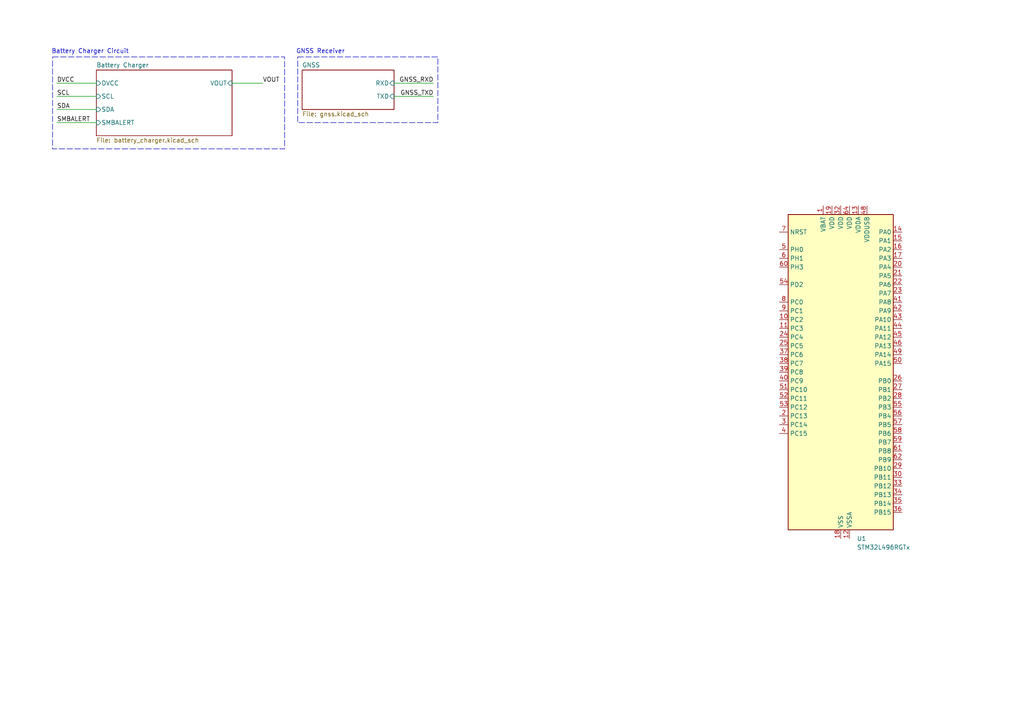
<source format=kicad_sch>
(kicad_sch (version 20250114) (generator "eeschema") (generator_version "9.0")
  (paper "A4")
  (title_block (title "FleetOS Tracker") (rev "v0") (company "FleetOS"))
  (lib_symbols
    (symbol "MCU_ST_STM32L4:STM32L496RGTx"
      (property "Reference" "U" (at -15.24 46.99 0))
      (property "Value" "STM32L496RGTx" (at 10.16 46.99 0))
      (symbol "STM32L496RGTx_0_1"
        (rectangle (start -15.24 -45.72) (end 15.24 45.72) (stroke (width 0.254)) (fill (type background)))
      )
      (symbol "STM32L496RGTx_1_1"
        (pin input line (at -17.78 40.64 0) (length 2.54) (name "NRST") (number "7"))
        (pin bidirectional line (at -17.78 35.56 0) (length 2.54) (name "PH0") (number "5"))
        (pin bidirectional line (at -17.78 33.02 0) (length 2.54) (name "PH1") (number "6"))
        (pin bidirectional line (at -17.78 30.48 0) (length 2.54) (name "PH3") (number "60"))
        (pin bidirectional line (at -17.78 25.4 0) (length 2.54) (name "PD2") (number "54"))
        (pin bidirectional line (at -17.78 20.32 0) (length 2.54) (name "PC0") (number "8"))
        (pin bidirectional line (at -17.78 17.78 0) (length 2.54) (name "PC1") (number "9"))
        (pin bidirectional line (at -17.78 15.24 0) (length 2.54) (name "PC2") (number "10"))
        (pin bidirectional line (at -17.78 12.7 0) (length 2.54) (name "PC3") (number "11"))
        (pin bidirectional line (at -17.78 10.16 0) (length 2.54) (name "PC4") (number "24"))
        (pin bidirectional line (at -17.78 7.62 0) (length 2.54) (name "PC5") (number "25"))
        (pin bidirectional line (at -17.78 5.08 0) (length 2.54) (name "PC6") (number "37"))
        (pin bidirectional line (at -17.78 2.54 0) (length 2.54) (name "PC7") (number "38"))
        (pin bidirectional line (at -17.78 0 0) (length 2.54) (name "PC8") (number "39"))
        (pin bidirectional line (at -17.78 -2.54 0) (length 2.54) (name "PC9") (number "40"))
        (pin bidirectional line (at -17.78 -5.08 0) (length 2.54) (name "PC10") (number "51"))
        (pin bidirectional line (at -17.78 -7.62 0) (length 2.54) (name "PC11") (number "52"))
        (pin bidirectional line (at -17.78 -10.16 0) (length 2.54) (name "PC12") (number "53"))
        (pin bidirectional line (at -17.78 -12.7 0) (length 2.54) (name "PC13") (number "2"))
        (pin bidirectional line (at -17.78 -15.24 0) (length 2.54) (name "PC14") (number "3"))
        (pin bidirectional line (at -17.78 -17.78 0) (length 2.54) (name "PC15") (number "4"))
        (pin power_in line (at -5.08 48.26 270) (length 2.54) (name "VBAT") (number "1"))
        (pin power_in line (at -2.54 48.26 270) (length 2.54) (name "VDD") (number "19"))
        (pin power_in line (at 0 48.26 270) (length 2.54) (name "VDD") (number "32"))
        (pin power_in line (at 0 -48.26 90) (length 2.54) (name "VSS") (number "18"))
        (pin passive line (at 0 -48.26 90) (length 2.54) (hide yes) (name "VSS") (number "31"))
        (pin passive line (at 0 -48.26 90) (length 2.54) (hide yes) (name "VSS") (number "47"))
        (pin passive line (at 0 -48.26 90) (length 2.54) (hide yes) (name "VSS") (number "63"))
        (pin power_in line (at 2.54 48.26 270) (length 2.54) (name "VDD") (number "64"))
        (pin power_in line (at 2.54 -48.26 90) (length 2.54) (name "VSSA") (number "12"))
        (pin power_in line (at 5.08 48.26 270) (length 2.54) (name "VDDA") (number "13"))
        (pin power_in line (at 7.62 48.26 270) (length 2.54) (name "VDDUSB") (number "48"))
        (pin bidirectional line (at 17.78 40.64 180) (length 2.54) (name "PA0") (number "14"))
        (pin bidirectional line (at 17.78 38.1 180) (length 2.54) (name "PA1") (number "15"))
        (pin bidirectional line (at 17.78 35.56 180) (length 2.54) (name "PA2") (number "16"))
        (pin bidirectional line (at 17.78 33.02 180) (length 2.54) (name "PA3") (number "17"))
        (pin bidirectional line (at 17.78 30.48 180) (length 2.54) (name "PA4") (number "20"))
        (pin bidirectional line (at 17.78 27.94 180) (length 2.54) (name "PA5") (number "21"))
        (pin bidirectional line (at 17.78 25.4 180) (length 2.54) (name "PA6") (number "22"))
        (pin bidirectional line (at 17.78 22.86 180) (length 2.54) (name "PA7") (number "23"))
        (pin bidirectional line (at 17.78 20.32 180) (length 2.54) (name "PA8") (number "41"))
        (pin bidirectional line (at 17.78 17.78 180) (length 2.54) (name "PA9") (number "42"))
        (pin bidirectional line (at 17.78 15.24 180) (length 2.54) (name "PA10") (number "43"))
        (pin bidirectional line (at 17.78 12.7 180) (length 2.54) (name "PA11") (number "44"))
        (pin bidirectional line (at 17.78 10.16 180) (length 2.54) (name "PA12") (number "45"))
        (pin bidirectional line (at 17.78 7.62 180) (length 2.54) (name "PA13") (number "46"))
        (pin bidirectional line (at 17.78 5.08 180) (length 2.54) (name "PA14") (number "49"))
        (pin bidirectional line (at 17.78 2.54 180) (length 2.54) (name "PA15") (number "50"))
        (pin bidirectional line (at 17.78 -2.54 180) (length 2.54) (name "PB0") (number "26"))
        (pin bidirectional line (at 17.78 -5.08 180) (length 2.54) (name "PB1") (number "27"))
        (pin bidirectional line (at 17.78 -7.62 180) (length 2.54) (name "PB2") (number "28"))
        (pin bidirectional line (at 17.78 -10.16 180) (length 2.54) (name "PB3") (number "55"))
        (pin bidirectional line (at 17.78 -12.7 180) (length 2.54) (name "PB4") (number "56"))
        (pin bidirectional line (at 17.78 -15.24 180) (length 2.54) (name "PB5") (number "57"))
        (pin bidirectional line (at 17.78 -17.78 180) (length 2.54) (name "PB6") (number "58"))
        (pin bidirectional line (at 17.78 -20.32 180) (length 2.54) (name "PB7") (number "59"))
        (pin bidirectional line (at 17.78 -22.86 180) (length 2.54) (name "PB8") (number "61"))
        (pin bidirectional line (at 17.78 -25.4 180) (length 2.54) (name "PB9") (number "62"))
        (pin bidirectional line (at 17.78 -27.94 180) (length 2.54) (name "PB10") (number "29"))
        (pin bidirectional line (at 17.78 -30.48 180) (length 2.54) (name "PB11") (number "30"))
        (pin bidirectional line (at 17.78 -33.02 180) (length 2.54) (name "PB12") (number "33"))
        (pin bidirectional line (at 17.78 -35.56 180) (length 2.54) (name "PB13") (number "34"))
        (pin bidirectional line (at 17.78 -38.1 180) (length 2.54) (name "PB14") (number "35"))
        (pin bidirectional line (at 17.78 -40.64 180) (length 2.54) (name "PB15") (number "36"))
      )
    )
  )
  (rectangle (start 15.24 16.51) (end 82.55 43.18) (stroke (width 0) (type dash)))
  (rectangle (start 86.36 16.51) (end 127 35.56) (stroke (width 0) (type dash)))
  (text "Battery Charger Circuit" (at 26.162 14.986 0) (effects (font (size 1.27 1.27))))
  (text "GNSS Receiver" (at 92.964 14.986 0) (effects (font (size 1.27 1.27))))
  (wire (pts (xy 114.3 24.13) (xy 125.73 24.13)))
  (wire (pts (xy 16.51 35.56) (xy 27.94 35.56)))
  (wire (pts (xy 67.31 24.13) (xy 76.2 24.13)))
  (wire (pts (xy 16.51 27.94) (xy 27.94 27.94)))
  (wire (pts (xy 16.51 24.13) (xy 27.94 24.13)))
  (wire (pts (xy 16.51 31.75) (xy 27.94 31.75)))
  (wire (pts (xy 114.3 27.94) (xy 125.73 27.94)))
  (label "VOUT" (at 76.2 24.13 0))
  (label "SMBALERT" (at 16.51 35.56 0))
  (label "GNSS_RXD" (at 125.73 24.13 180))
  (label "DVCC" (at 16.51 24.13 0))
  (label "GNSS_TXD" (at 125.73 27.94 180))
  (label "SCL" (at 16.51 27.94 0))
  (label "SDA" (at 16.51 31.75 0))
  (symbol (lib_id "MCU_ST_STM32L4:STM32L496RGTx") (at 243.84 107.95 0) (unit 1)
    (property "Reference" "U1" (at 248.5233 156.21 0) (effects (justify left)))
    (property "Value" "STM32L496RGTx" (at 248.5233 158.75 0) (effects (justify left)))
    (property "Footprint" "Package_QFP:LQFP-64_10x10mm_P0.5mm" (effects (hide yes)))
    (property "Datasheet" "https://www.st.com/resource/en/datasheet/stm32l496rg.pdf" (effects (hide yes)))
    (property "Description" "STMicroelectronics Arm Cortex-M4 MCU, 1024KB flash, 320KB RAM, 80 MHz, 1.71-3.6V, 52 GPIO, LQFP64" (effects (hide yes)))
  )
  (sheet (at 87.63 20.32) (size 26.67 11.43) (stroke (width 0.1524))
    (property "Sheetname" "GNSS" (at 87.63 19.6084 0) (effects (justify left bottom)))
    (property "Sheetfile" "gnss.kicad_sch" (at 87.63 32.3346 0) (effects (justify left top)))
    (pin "RXD" input (at 114.3 24.13 0))
    (pin "TXD" input (at 114.3 27.94 0))
  )
  (sheet (at 27.94 20.32) (size 39.37 19.05) (stroke (width 0.1524))
    (property "Sheetname" "Battery Charger" (at 27.94 19.6084 0) (effects (justify left bottom)))
    (property "Sheetfile" "battery_charger.kicad_sch" (at 27.94 39.9546 0) (effects (justify left top)))
    (pin "DVCC" input (at 27.94 24.13 180))
    (pin "SCL" input (at 27.94 27.94 180))
    (pin "SDA" input (at 27.94 31.75 180))
    (pin "SMBALERT" input (at 27.94 35.56 180))
    (pin "VOUT" input (at 67.31 24.13 0))
  )
)
</source>
